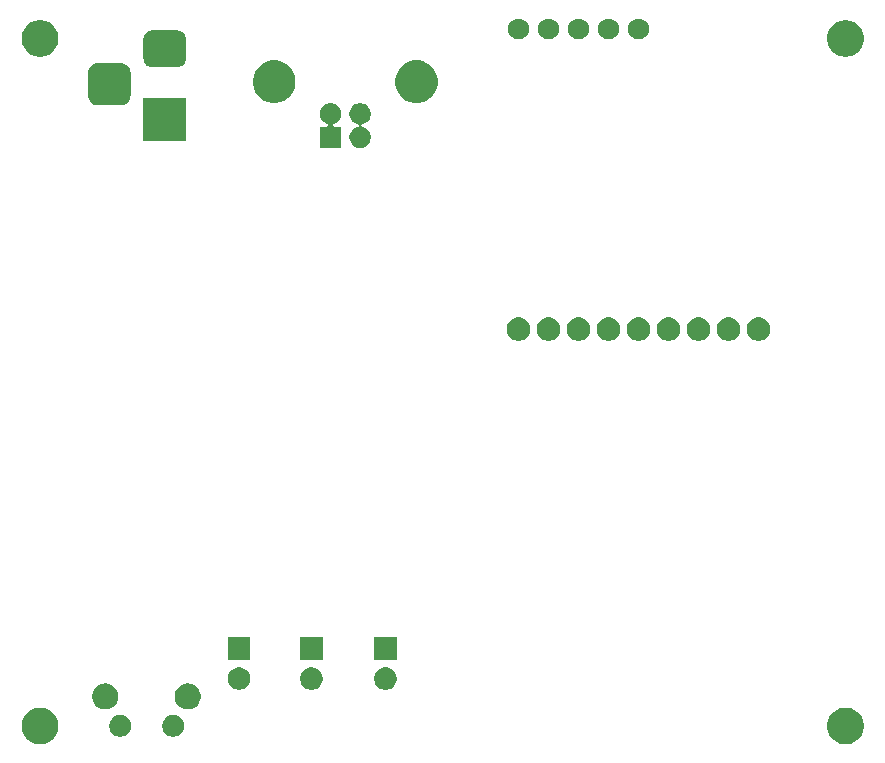
<source format=gbr>
G04 #@! TF.GenerationSoftware,KiCad,Pcbnew,(5.1.5)-3*
G04 #@! TF.CreationDate,2021-12-10T20:52:45-03:00*
G04 #@! TF.ProjectId,server,73657276-6572-42e6-9b69-6361645f7063,rev?*
G04 #@! TF.SameCoordinates,Original*
G04 #@! TF.FileFunction,Soldermask,Bot*
G04 #@! TF.FilePolarity,Negative*
%FSLAX46Y46*%
G04 Gerber Fmt 4.6, Leading zero omitted, Abs format (unit mm)*
G04 Created by KiCad (PCBNEW (5.1.5)-3) date 2021-12-10 20:52:45*
%MOMM*%
%LPD*%
G04 APERTURE LIST*
%ADD10C,0.100000*%
G04 APERTURE END LIST*
D10*
G36*
X96902585Y-85078802D02*
G01*
X97052410Y-85108604D01*
X97334674Y-85225521D01*
X97588705Y-85395259D01*
X97804741Y-85611295D01*
X97974479Y-85865326D01*
X98091396Y-86147590D01*
X98151000Y-86447240D01*
X98151000Y-86752760D01*
X98091396Y-87052410D01*
X97974479Y-87334674D01*
X97804741Y-87588705D01*
X97588705Y-87804741D01*
X97334674Y-87974479D01*
X97052410Y-88091396D01*
X96902585Y-88121198D01*
X96752761Y-88151000D01*
X96447239Y-88151000D01*
X96297415Y-88121198D01*
X96147590Y-88091396D01*
X95865326Y-87974479D01*
X95611295Y-87804741D01*
X95395259Y-87588705D01*
X95225521Y-87334674D01*
X95108604Y-87052410D01*
X95049000Y-86752760D01*
X95049000Y-86447240D01*
X95108604Y-86147590D01*
X95225521Y-85865326D01*
X95395259Y-85611295D01*
X95611295Y-85395259D01*
X95865326Y-85225521D01*
X96147590Y-85108604D01*
X96297415Y-85078802D01*
X96447239Y-85049000D01*
X96752761Y-85049000D01*
X96902585Y-85078802D01*
G37*
G36*
X28702585Y-85078802D02*
G01*
X28852410Y-85108604D01*
X29134674Y-85225521D01*
X29388705Y-85395259D01*
X29604741Y-85611295D01*
X29774479Y-85865326D01*
X29891396Y-86147590D01*
X29951000Y-86447240D01*
X29951000Y-86752760D01*
X29891396Y-87052410D01*
X29774479Y-87334674D01*
X29604741Y-87588705D01*
X29388705Y-87804741D01*
X29134674Y-87974479D01*
X28852410Y-88091396D01*
X28702585Y-88121198D01*
X28552761Y-88151000D01*
X28247239Y-88151000D01*
X28097415Y-88121198D01*
X27947590Y-88091396D01*
X27665326Y-87974479D01*
X27411295Y-87804741D01*
X27195259Y-87588705D01*
X27025521Y-87334674D01*
X26908604Y-87052410D01*
X26849000Y-86752760D01*
X26849000Y-86447240D01*
X26908604Y-86147590D01*
X27025521Y-85865326D01*
X27195259Y-85611295D01*
X27411295Y-85395259D01*
X27665326Y-85225521D01*
X27947590Y-85108604D01*
X28097415Y-85078802D01*
X28247239Y-85049000D01*
X28552761Y-85049000D01*
X28702585Y-85078802D01*
G37*
G36*
X39944904Y-85708345D02*
G01*
X40113426Y-85778149D01*
X40265091Y-85879488D01*
X40394072Y-86008469D01*
X40495411Y-86160134D01*
X40565215Y-86328656D01*
X40600800Y-86507557D01*
X40600800Y-86689963D01*
X40565215Y-86868864D01*
X40495411Y-87037386D01*
X40394072Y-87189051D01*
X40265091Y-87318032D01*
X40113426Y-87419371D01*
X39944904Y-87489175D01*
X39766003Y-87524760D01*
X39583597Y-87524760D01*
X39404696Y-87489175D01*
X39236174Y-87419371D01*
X39084509Y-87318032D01*
X38955528Y-87189051D01*
X38854189Y-87037386D01*
X38784385Y-86868864D01*
X38748800Y-86689963D01*
X38748800Y-86507557D01*
X38784385Y-86328656D01*
X38854189Y-86160134D01*
X38955528Y-86008469D01*
X39084509Y-85879488D01*
X39236174Y-85778149D01*
X39404696Y-85708345D01*
X39583597Y-85672760D01*
X39766003Y-85672760D01*
X39944904Y-85708345D01*
G37*
G36*
X35444904Y-85708345D02*
G01*
X35613426Y-85778149D01*
X35765091Y-85879488D01*
X35894072Y-86008469D01*
X35995411Y-86160134D01*
X36065215Y-86328656D01*
X36100800Y-86507557D01*
X36100800Y-86689963D01*
X36065215Y-86868864D01*
X35995411Y-87037386D01*
X35894072Y-87189051D01*
X35765091Y-87318032D01*
X35613426Y-87419371D01*
X35444904Y-87489175D01*
X35266003Y-87524760D01*
X35083597Y-87524760D01*
X34904696Y-87489175D01*
X34736174Y-87419371D01*
X34584509Y-87318032D01*
X34455528Y-87189051D01*
X34354189Y-87037386D01*
X34284385Y-86868864D01*
X34248800Y-86689963D01*
X34248800Y-86507557D01*
X34284385Y-86328656D01*
X34354189Y-86160134D01*
X34455528Y-86008469D01*
X34584509Y-85879488D01*
X34736174Y-85778149D01*
X34904696Y-85708345D01*
X35083597Y-85672760D01*
X35266003Y-85672760D01*
X35444904Y-85708345D01*
G37*
G36*
X41139595Y-83028916D02*
G01*
X41245950Y-83050071D01*
X41346134Y-83091569D01*
X41446320Y-83133067D01*
X41626644Y-83253555D01*
X41780005Y-83406916D01*
X41900493Y-83587240D01*
X41983489Y-83787611D01*
X42025800Y-84000320D01*
X42025800Y-84217200D01*
X41983489Y-84429909D01*
X41900493Y-84630280D01*
X41780005Y-84810604D01*
X41626644Y-84963965D01*
X41446320Y-85084453D01*
X41388014Y-85108604D01*
X41245950Y-85167449D01*
X41139594Y-85188605D01*
X41033240Y-85209760D01*
X40816360Y-85209760D01*
X40710006Y-85188605D01*
X40603650Y-85167449D01*
X40461586Y-85108604D01*
X40403280Y-85084453D01*
X40222956Y-84963965D01*
X40069595Y-84810604D01*
X39949107Y-84630280D01*
X39866111Y-84429909D01*
X39823800Y-84217200D01*
X39823800Y-84000320D01*
X39866111Y-83787611D01*
X39949107Y-83587240D01*
X40069595Y-83406916D01*
X40222956Y-83253555D01*
X40403280Y-83133067D01*
X40503466Y-83091569D01*
X40603650Y-83050071D01*
X40710005Y-83028916D01*
X40816360Y-83007760D01*
X41033240Y-83007760D01*
X41139595Y-83028916D01*
G37*
G36*
X34129595Y-83028916D02*
G01*
X34235950Y-83050071D01*
X34336134Y-83091569D01*
X34436320Y-83133067D01*
X34616644Y-83253555D01*
X34770005Y-83406916D01*
X34890493Y-83587240D01*
X34973489Y-83787611D01*
X35015800Y-84000320D01*
X35015800Y-84217200D01*
X34973489Y-84429909D01*
X34890493Y-84630280D01*
X34770005Y-84810604D01*
X34616644Y-84963965D01*
X34436320Y-85084453D01*
X34378014Y-85108604D01*
X34235950Y-85167449D01*
X34129594Y-85188605D01*
X34023240Y-85209760D01*
X33806360Y-85209760D01*
X33700006Y-85188605D01*
X33593650Y-85167449D01*
X33451586Y-85108604D01*
X33393280Y-85084453D01*
X33212956Y-84963965D01*
X33059595Y-84810604D01*
X32939107Y-84630280D01*
X32856111Y-84429909D01*
X32813800Y-84217200D01*
X32813800Y-84000320D01*
X32856111Y-83787611D01*
X32939107Y-83587240D01*
X33059595Y-83406916D01*
X33212956Y-83253555D01*
X33393280Y-83133067D01*
X33493466Y-83091569D01*
X33593650Y-83050071D01*
X33700005Y-83028916D01*
X33806360Y-83007760D01*
X34023240Y-83007760D01*
X34129595Y-83028916D01*
G37*
G36*
X51651435Y-81681266D02*
G01*
X51824506Y-81752954D01*
X51824507Y-81752955D01*
X51980267Y-81857030D01*
X52112730Y-81989493D01*
X52112731Y-81989495D01*
X52216806Y-82145254D01*
X52288494Y-82318325D01*
X52325040Y-82502053D01*
X52325040Y-82689387D01*
X52288494Y-82873115D01*
X52216806Y-83046186D01*
X52216805Y-83046187D01*
X52112730Y-83201947D01*
X51980267Y-83334410D01*
X51901858Y-83386801D01*
X51824506Y-83438486D01*
X51651435Y-83510174D01*
X51467707Y-83546720D01*
X51280373Y-83546720D01*
X51096645Y-83510174D01*
X50923574Y-83438486D01*
X50846222Y-83386801D01*
X50767813Y-83334410D01*
X50635350Y-83201947D01*
X50531275Y-83046187D01*
X50531274Y-83046186D01*
X50459586Y-82873115D01*
X50423040Y-82689387D01*
X50423040Y-82502053D01*
X50459586Y-82318325D01*
X50531274Y-82145254D01*
X50635349Y-81989495D01*
X50635350Y-81989493D01*
X50767813Y-81857030D01*
X50923573Y-81752955D01*
X50923574Y-81752954D01*
X51096645Y-81681266D01*
X51280373Y-81644720D01*
X51467707Y-81644720D01*
X51651435Y-81681266D01*
G37*
G36*
X57925235Y-81681266D02*
G01*
X58098306Y-81752954D01*
X58098307Y-81752955D01*
X58254067Y-81857030D01*
X58386530Y-81989493D01*
X58386531Y-81989495D01*
X58490606Y-82145254D01*
X58562294Y-82318325D01*
X58598840Y-82502053D01*
X58598840Y-82689387D01*
X58562294Y-82873115D01*
X58490606Y-83046186D01*
X58490605Y-83046187D01*
X58386530Y-83201947D01*
X58254067Y-83334410D01*
X58175658Y-83386801D01*
X58098306Y-83438486D01*
X57925235Y-83510174D01*
X57741507Y-83546720D01*
X57554173Y-83546720D01*
X57370445Y-83510174D01*
X57197374Y-83438486D01*
X57120022Y-83386801D01*
X57041613Y-83334410D01*
X56909150Y-83201947D01*
X56805075Y-83046187D01*
X56805074Y-83046186D01*
X56733386Y-82873115D01*
X56696840Y-82689387D01*
X56696840Y-82502053D01*
X56733386Y-82318325D01*
X56805074Y-82145254D01*
X56909149Y-81989495D01*
X56909150Y-81989493D01*
X57041613Y-81857030D01*
X57197373Y-81752955D01*
X57197374Y-81752954D01*
X57370445Y-81681266D01*
X57554173Y-81644720D01*
X57741507Y-81644720D01*
X57925235Y-81681266D01*
G37*
G36*
X45507175Y-81681266D02*
G01*
X45680246Y-81752954D01*
X45680247Y-81752955D01*
X45836007Y-81857030D01*
X45968470Y-81989493D01*
X45968471Y-81989495D01*
X46072546Y-82145254D01*
X46144234Y-82318325D01*
X46180780Y-82502053D01*
X46180780Y-82689387D01*
X46144234Y-82873115D01*
X46072546Y-83046186D01*
X46072545Y-83046187D01*
X45968470Y-83201947D01*
X45836007Y-83334410D01*
X45757598Y-83386801D01*
X45680246Y-83438486D01*
X45507175Y-83510174D01*
X45323447Y-83546720D01*
X45136113Y-83546720D01*
X44952385Y-83510174D01*
X44779314Y-83438486D01*
X44701962Y-83386801D01*
X44623553Y-83334410D01*
X44491090Y-83201947D01*
X44387015Y-83046187D01*
X44387014Y-83046186D01*
X44315326Y-82873115D01*
X44278780Y-82689387D01*
X44278780Y-82502053D01*
X44315326Y-82318325D01*
X44387014Y-82145254D01*
X44491089Y-81989495D01*
X44491090Y-81989493D01*
X44623553Y-81857030D01*
X44779313Y-81752955D01*
X44779314Y-81752954D01*
X44952385Y-81681266D01*
X45136113Y-81644720D01*
X45323447Y-81644720D01*
X45507175Y-81681266D01*
G37*
G36*
X58598840Y-81006720D02*
G01*
X56696840Y-81006720D01*
X56696840Y-79104720D01*
X58598840Y-79104720D01*
X58598840Y-81006720D01*
G37*
G36*
X46180780Y-81006720D02*
G01*
X44278780Y-81006720D01*
X44278780Y-79104720D01*
X46180780Y-79104720D01*
X46180780Y-81006720D01*
G37*
G36*
X52325040Y-81006720D02*
G01*
X50423040Y-81006720D01*
X50423040Y-79104720D01*
X52325040Y-79104720D01*
X52325040Y-81006720D01*
G37*
G36*
X69036625Y-52001988D02*
G01*
X69202910Y-52035063D01*
X69385536Y-52110709D01*
X69549894Y-52220530D01*
X69689670Y-52360306D01*
X69799491Y-52524664D01*
X69875137Y-52707290D01*
X69913700Y-52901164D01*
X69913700Y-53098836D01*
X69875137Y-53292710D01*
X69799491Y-53475336D01*
X69689670Y-53639694D01*
X69549894Y-53779470D01*
X69385536Y-53889291D01*
X69202910Y-53964937D01*
X69036625Y-53998012D01*
X69009037Y-54003500D01*
X68811363Y-54003500D01*
X68783775Y-53998012D01*
X68617490Y-53964937D01*
X68434864Y-53889291D01*
X68270506Y-53779470D01*
X68130730Y-53639694D01*
X68020909Y-53475336D01*
X67945263Y-53292710D01*
X67906700Y-53098836D01*
X67906700Y-52901164D01*
X67945263Y-52707290D01*
X68020909Y-52524664D01*
X68130730Y-52360306D01*
X68270506Y-52220530D01*
X68434864Y-52110709D01*
X68617490Y-52035063D01*
X68783775Y-52001988D01*
X68811363Y-51996500D01*
X69009037Y-51996500D01*
X69036625Y-52001988D01*
G37*
G36*
X89356625Y-52001988D02*
G01*
X89522910Y-52035063D01*
X89705536Y-52110709D01*
X89869894Y-52220530D01*
X90009670Y-52360306D01*
X90119491Y-52524664D01*
X90195137Y-52707290D01*
X90233700Y-52901164D01*
X90233700Y-53098836D01*
X90195137Y-53292710D01*
X90119491Y-53475336D01*
X90009670Y-53639694D01*
X89869894Y-53779470D01*
X89705536Y-53889291D01*
X89522910Y-53964937D01*
X89356625Y-53998012D01*
X89329037Y-54003500D01*
X89131363Y-54003500D01*
X89103775Y-53998012D01*
X88937490Y-53964937D01*
X88754864Y-53889291D01*
X88590506Y-53779470D01*
X88450730Y-53639694D01*
X88340909Y-53475336D01*
X88265263Y-53292710D01*
X88226700Y-53098836D01*
X88226700Y-52901164D01*
X88265263Y-52707290D01*
X88340909Y-52524664D01*
X88450730Y-52360306D01*
X88590506Y-52220530D01*
X88754864Y-52110709D01*
X88937490Y-52035063D01*
X89103775Y-52001988D01*
X89131363Y-51996500D01*
X89329037Y-51996500D01*
X89356625Y-52001988D01*
G37*
G36*
X86816625Y-52001988D02*
G01*
X86982910Y-52035063D01*
X87165536Y-52110709D01*
X87329894Y-52220530D01*
X87469670Y-52360306D01*
X87579491Y-52524664D01*
X87655137Y-52707290D01*
X87693700Y-52901164D01*
X87693700Y-53098836D01*
X87655137Y-53292710D01*
X87579491Y-53475336D01*
X87469670Y-53639694D01*
X87329894Y-53779470D01*
X87165536Y-53889291D01*
X86982910Y-53964937D01*
X86816625Y-53998012D01*
X86789037Y-54003500D01*
X86591363Y-54003500D01*
X86563775Y-53998012D01*
X86397490Y-53964937D01*
X86214864Y-53889291D01*
X86050506Y-53779470D01*
X85910730Y-53639694D01*
X85800909Y-53475336D01*
X85725263Y-53292710D01*
X85686700Y-53098836D01*
X85686700Y-52901164D01*
X85725263Y-52707290D01*
X85800909Y-52524664D01*
X85910730Y-52360306D01*
X86050506Y-52220530D01*
X86214864Y-52110709D01*
X86397490Y-52035063D01*
X86563775Y-52001988D01*
X86591363Y-51996500D01*
X86789037Y-51996500D01*
X86816625Y-52001988D01*
G37*
G36*
X84276625Y-52001988D02*
G01*
X84442910Y-52035063D01*
X84625536Y-52110709D01*
X84789894Y-52220530D01*
X84929670Y-52360306D01*
X85039491Y-52524664D01*
X85115137Y-52707290D01*
X85153700Y-52901164D01*
X85153700Y-53098836D01*
X85115137Y-53292710D01*
X85039491Y-53475336D01*
X84929670Y-53639694D01*
X84789894Y-53779470D01*
X84625536Y-53889291D01*
X84442910Y-53964937D01*
X84276625Y-53998012D01*
X84249037Y-54003500D01*
X84051363Y-54003500D01*
X84023775Y-53998012D01*
X83857490Y-53964937D01*
X83674864Y-53889291D01*
X83510506Y-53779470D01*
X83370730Y-53639694D01*
X83260909Y-53475336D01*
X83185263Y-53292710D01*
X83146700Y-53098836D01*
X83146700Y-52901164D01*
X83185263Y-52707290D01*
X83260909Y-52524664D01*
X83370730Y-52360306D01*
X83510506Y-52220530D01*
X83674864Y-52110709D01*
X83857490Y-52035063D01*
X84023775Y-52001988D01*
X84051363Y-51996500D01*
X84249037Y-51996500D01*
X84276625Y-52001988D01*
G37*
G36*
X74116625Y-52001988D02*
G01*
X74282910Y-52035063D01*
X74465536Y-52110709D01*
X74629894Y-52220530D01*
X74769670Y-52360306D01*
X74879491Y-52524664D01*
X74955137Y-52707290D01*
X74993700Y-52901164D01*
X74993700Y-53098836D01*
X74955137Y-53292710D01*
X74879491Y-53475336D01*
X74769670Y-53639694D01*
X74629894Y-53779470D01*
X74465536Y-53889291D01*
X74282910Y-53964937D01*
X74116625Y-53998012D01*
X74089037Y-54003500D01*
X73891363Y-54003500D01*
X73863775Y-53998012D01*
X73697490Y-53964937D01*
X73514864Y-53889291D01*
X73350506Y-53779470D01*
X73210730Y-53639694D01*
X73100909Y-53475336D01*
X73025263Y-53292710D01*
X72986700Y-53098836D01*
X72986700Y-52901164D01*
X73025263Y-52707290D01*
X73100909Y-52524664D01*
X73210730Y-52360306D01*
X73350506Y-52220530D01*
X73514864Y-52110709D01*
X73697490Y-52035063D01*
X73863775Y-52001988D01*
X73891363Y-51996500D01*
X74089037Y-51996500D01*
X74116625Y-52001988D01*
G37*
G36*
X81736625Y-52001988D02*
G01*
X81902910Y-52035063D01*
X82085536Y-52110709D01*
X82249894Y-52220530D01*
X82389670Y-52360306D01*
X82499491Y-52524664D01*
X82575137Y-52707290D01*
X82613700Y-52901164D01*
X82613700Y-53098836D01*
X82575137Y-53292710D01*
X82499491Y-53475336D01*
X82389670Y-53639694D01*
X82249894Y-53779470D01*
X82085536Y-53889291D01*
X81902910Y-53964937D01*
X81736625Y-53998012D01*
X81709037Y-54003500D01*
X81511363Y-54003500D01*
X81483775Y-53998012D01*
X81317490Y-53964937D01*
X81134864Y-53889291D01*
X80970506Y-53779470D01*
X80830730Y-53639694D01*
X80720909Y-53475336D01*
X80645263Y-53292710D01*
X80606700Y-53098836D01*
X80606700Y-52901164D01*
X80645263Y-52707290D01*
X80720909Y-52524664D01*
X80830730Y-52360306D01*
X80970506Y-52220530D01*
X81134864Y-52110709D01*
X81317490Y-52035063D01*
X81483775Y-52001988D01*
X81511363Y-51996500D01*
X81709037Y-51996500D01*
X81736625Y-52001988D01*
G37*
G36*
X79196625Y-52001988D02*
G01*
X79362910Y-52035063D01*
X79545536Y-52110709D01*
X79709894Y-52220530D01*
X79849670Y-52360306D01*
X79959491Y-52524664D01*
X80035137Y-52707290D01*
X80073700Y-52901164D01*
X80073700Y-53098836D01*
X80035137Y-53292710D01*
X79959491Y-53475336D01*
X79849670Y-53639694D01*
X79709894Y-53779470D01*
X79545536Y-53889291D01*
X79362910Y-53964937D01*
X79196625Y-53998012D01*
X79169037Y-54003500D01*
X78971363Y-54003500D01*
X78943775Y-53998012D01*
X78777490Y-53964937D01*
X78594864Y-53889291D01*
X78430506Y-53779470D01*
X78290730Y-53639694D01*
X78180909Y-53475336D01*
X78105263Y-53292710D01*
X78066700Y-53098836D01*
X78066700Y-52901164D01*
X78105263Y-52707290D01*
X78180909Y-52524664D01*
X78290730Y-52360306D01*
X78430506Y-52220530D01*
X78594864Y-52110709D01*
X78777490Y-52035063D01*
X78943775Y-52001988D01*
X78971363Y-51996500D01*
X79169037Y-51996500D01*
X79196625Y-52001988D01*
G37*
G36*
X76656625Y-52001988D02*
G01*
X76822910Y-52035063D01*
X77005536Y-52110709D01*
X77169894Y-52220530D01*
X77309670Y-52360306D01*
X77419491Y-52524664D01*
X77495137Y-52707290D01*
X77533700Y-52901164D01*
X77533700Y-53098836D01*
X77495137Y-53292710D01*
X77419491Y-53475336D01*
X77309670Y-53639694D01*
X77169894Y-53779470D01*
X77005536Y-53889291D01*
X76822910Y-53964937D01*
X76656625Y-53998012D01*
X76629037Y-54003500D01*
X76431363Y-54003500D01*
X76403775Y-53998012D01*
X76237490Y-53964937D01*
X76054864Y-53889291D01*
X75890506Y-53779470D01*
X75750730Y-53639694D01*
X75640909Y-53475336D01*
X75565263Y-53292710D01*
X75526700Y-53098836D01*
X75526700Y-52901164D01*
X75565263Y-52707290D01*
X75640909Y-52524664D01*
X75750730Y-52360306D01*
X75890506Y-52220530D01*
X76054864Y-52110709D01*
X76237490Y-52035063D01*
X76403775Y-52001988D01*
X76431363Y-51996500D01*
X76629037Y-51996500D01*
X76656625Y-52001988D01*
G37*
G36*
X71576625Y-52001988D02*
G01*
X71742910Y-52035063D01*
X71925536Y-52110709D01*
X72089894Y-52220530D01*
X72229670Y-52360306D01*
X72339491Y-52524664D01*
X72415137Y-52707290D01*
X72453700Y-52901164D01*
X72453700Y-53098836D01*
X72415137Y-53292710D01*
X72339491Y-53475336D01*
X72229670Y-53639694D01*
X72089894Y-53779470D01*
X71925536Y-53889291D01*
X71742910Y-53964937D01*
X71576625Y-53998012D01*
X71549037Y-54003500D01*
X71351363Y-54003500D01*
X71323775Y-53998012D01*
X71157490Y-53964937D01*
X70974864Y-53889291D01*
X70810506Y-53779470D01*
X70670730Y-53639694D01*
X70560909Y-53475336D01*
X70485263Y-53292710D01*
X70446700Y-53098836D01*
X70446700Y-52901164D01*
X70485263Y-52707290D01*
X70560909Y-52524664D01*
X70670730Y-52360306D01*
X70810506Y-52220530D01*
X70974864Y-52110709D01*
X71157490Y-52035063D01*
X71323775Y-52001988D01*
X71351363Y-51996500D01*
X71549037Y-51996500D01*
X71576625Y-52001988D01*
G37*
G36*
X53113512Y-33873927D02*
G01*
X53262812Y-33903624D01*
X53426784Y-33971544D01*
X53574354Y-34070147D01*
X53699853Y-34195646D01*
X53798456Y-34343216D01*
X53866376Y-34507188D01*
X53901000Y-34681259D01*
X53901000Y-34858741D01*
X53866376Y-35032812D01*
X53798456Y-35196784D01*
X53699853Y-35344354D01*
X53574354Y-35469853D01*
X53426784Y-35568456D01*
X53281771Y-35628523D01*
X53260171Y-35640068D01*
X53241229Y-35655613D01*
X53225684Y-35674555D01*
X53214133Y-35696166D01*
X53207020Y-35719615D01*
X53204618Y-35744001D01*
X53207020Y-35768387D01*
X53214133Y-35791836D01*
X53225684Y-35813447D01*
X53241229Y-35832389D01*
X53260171Y-35847934D01*
X53281782Y-35859485D01*
X53305231Y-35866598D01*
X53329617Y-35869000D01*
X53901000Y-35869000D01*
X53901000Y-37671000D01*
X52099000Y-37671000D01*
X52099000Y-35869000D01*
X52670383Y-35869000D01*
X52694769Y-35866598D01*
X52718218Y-35859485D01*
X52739829Y-35847934D01*
X52758771Y-35832389D01*
X52774316Y-35813447D01*
X52785867Y-35791836D01*
X52792980Y-35768387D01*
X52795382Y-35744001D01*
X52792980Y-35719615D01*
X52785867Y-35696166D01*
X52774316Y-35674555D01*
X52758771Y-35655613D01*
X52739829Y-35640068D01*
X52718229Y-35628523D01*
X52573216Y-35568456D01*
X52425646Y-35469853D01*
X52300147Y-35344354D01*
X52201544Y-35196784D01*
X52133624Y-35032812D01*
X52099000Y-34858741D01*
X52099000Y-34681259D01*
X52133624Y-34507188D01*
X52201544Y-34343216D01*
X52300147Y-34195646D01*
X52425646Y-34070147D01*
X52573216Y-33971544D01*
X52737188Y-33903624D01*
X52886488Y-33873927D01*
X52911258Y-33869000D01*
X53088742Y-33869000D01*
X53113512Y-33873927D01*
G37*
G36*
X55613512Y-33873927D02*
G01*
X55762812Y-33903624D01*
X55926784Y-33971544D01*
X56074354Y-34070147D01*
X56199853Y-34195646D01*
X56298456Y-34343216D01*
X56366376Y-34507188D01*
X56401000Y-34681259D01*
X56401000Y-34858741D01*
X56366376Y-35032812D01*
X56298456Y-35196784D01*
X56199853Y-35344354D01*
X56074354Y-35469853D01*
X55926784Y-35568456D01*
X55762812Y-35636376D01*
X55707362Y-35647405D01*
X55683922Y-35654516D01*
X55662311Y-35666067D01*
X55643369Y-35681613D01*
X55627824Y-35700555D01*
X55616273Y-35722165D01*
X55609160Y-35745614D01*
X55606758Y-35770000D01*
X55609160Y-35794387D01*
X55616273Y-35817835D01*
X55627824Y-35839446D01*
X55643370Y-35858388D01*
X55662312Y-35873933D01*
X55683922Y-35885484D01*
X55707362Y-35892595D01*
X55762812Y-35903624D01*
X55926784Y-35971544D01*
X56074354Y-36070147D01*
X56199853Y-36195646D01*
X56298456Y-36343216D01*
X56366376Y-36507188D01*
X56401000Y-36681259D01*
X56401000Y-36858741D01*
X56366376Y-37032812D01*
X56298456Y-37196784D01*
X56199853Y-37344354D01*
X56074354Y-37469853D01*
X55926784Y-37568456D01*
X55762812Y-37636376D01*
X55613512Y-37666073D01*
X55588742Y-37671000D01*
X55411258Y-37671000D01*
X55386488Y-37666073D01*
X55237188Y-37636376D01*
X55073216Y-37568456D01*
X54925646Y-37469853D01*
X54800147Y-37344354D01*
X54701544Y-37196784D01*
X54633624Y-37032812D01*
X54599000Y-36858741D01*
X54599000Y-36681259D01*
X54633624Y-36507188D01*
X54701544Y-36343216D01*
X54800147Y-36195646D01*
X54925646Y-36070147D01*
X55073216Y-35971544D01*
X55237188Y-35903624D01*
X55292638Y-35892595D01*
X55316078Y-35885484D01*
X55337689Y-35873933D01*
X55356631Y-35858387D01*
X55372176Y-35839445D01*
X55383727Y-35817835D01*
X55390840Y-35794386D01*
X55393242Y-35770000D01*
X55390840Y-35745613D01*
X55383727Y-35722165D01*
X55372176Y-35700554D01*
X55356630Y-35681612D01*
X55337688Y-35666067D01*
X55316078Y-35654516D01*
X55292638Y-35647405D01*
X55237188Y-35636376D01*
X55073216Y-35568456D01*
X54925646Y-35469853D01*
X54800147Y-35344354D01*
X54701544Y-35196784D01*
X54633624Y-35032812D01*
X54599000Y-34858741D01*
X54599000Y-34681259D01*
X54633624Y-34507188D01*
X54701544Y-34343216D01*
X54800147Y-34195646D01*
X54925646Y-34070147D01*
X55073216Y-33971544D01*
X55237188Y-33903624D01*
X55386488Y-33873927D01*
X55411258Y-33869000D01*
X55588742Y-33869000D01*
X55613512Y-33873927D01*
G37*
G36*
X40764600Y-37061000D02*
G01*
X37162600Y-37061000D01*
X37162600Y-33459000D01*
X40764600Y-33459000D01*
X40764600Y-37061000D01*
G37*
G36*
X35389966Y-30475695D02*
G01*
X35547060Y-30523349D01*
X35691831Y-30600731D01*
X35818728Y-30704872D01*
X35922869Y-30831769D01*
X36000251Y-30976540D01*
X36047905Y-31133634D01*
X36064600Y-31303140D01*
X36064600Y-33216860D01*
X36047905Y-33386366D01*
X36000251Y-33543460D01*
X35922869Y-33688231D01*
X35818728Y-33815128D01*
X35691831Y-33919269D01*
X35547060Y-33996651D01*
X35389966Y-34044305D01*
X35220460Y-34061000D01*
X33306740Y-34061000D01*
X33137234Y-34044305D01*
X32980140Y-33996651D01*
X32835369Y-33919269D01*
X32708472Y-33815128D01*
X32604331Y-33688231D01*
X32526949Y-33543460D01*
X32479295Y-33386366D01*
X32462600Y-33216860D01*
X32462600Y-31303140D01*
X32479295Y-31133634D01*
X32526949Y-30976540D01*
X32604331Y-30831769D01*
X32708472Y-30704872D01*
X32835369Y-30600731D01*
X32980140Y-30523349D01*
X33137234Y-30475695D01*
X33306740Y-30459000D01*
X35220460Y-30459000D01*
X35389966Y-30475695D01*
G37*
G36*
X48755331Y-30328211D02*
G01*
X49083092Y-30463974D01*
X49378070Y-30661072D01*
X49628928Y-30911930D01*
X49826026Y-31206908D01*
X49961789Y-31534669D01*
X50031000Y-31882616D01*
X50031000Y-32237384D01*
X49961789Y-32585331D01*
X49826026Y-32913092D01*
X49628928Y-33208070D01*
X49378070Y-33458928D01*
X49083092Y-33656026D01*
X48755331Y-33791789D01*
X48407384Y-33861000D01*
X48052616Y-33861000D01*
X47704669Y-33791789D01*
X47376908Y-33656026D01*
X47081930Y-33458928D01*
X46831072Y-33208070D01*
X46633974Y-32913092D01*
X46498211Y-32585331D01*
X46429000Y-32237384D01*
X46429000Y-31882616D01*
X46498211Y-31534669D01*
X46633974Y-31206908D01*
X46831072Y-30911930D01*
X47081930Y-30661072D01*
X47376908Y-30463974D01*
X47704669Y-30328211D01*
X48052616Y-30259000D01*
X48407384Y-30259000D01*
X48755331Y-30328211D01*
G37*
G36*
X60795331Y-30328211D02*
G01*
X61123092Y-30463974D01*
X61418070Y-30661072D01*
X61668928Y-30911930D01*
X61866026Y-31206908D01*
X62001789Y-31534669D01*
X62071000Y-31882616D01*
X62071000Y-32237384D01*
X62001789Y-32585331D01*
X61866026Y-32913092D01*
X61668928Y-33208070D01*
X61418070Y-33458928D01*
X61123092Y-33656026D01*
X60795331Y-33791789D01*
X60447384Y-33861000D01*
X60092616Y-33861000D01*
X59744669Y-33791789D01*
X59416908Y-33656026D01*
X59121930Y-33458928D01*
X58871072Y-33208070D01*
X58673974Y-32913092D01*
X58538211Y-32585331D01*
X58469000Y-32237384D01*
X58469000Y-31882616D01*
X58538211Y-31534669D01*
X58673974Y-31206908D01*
X58871072Y-30911930D01*
X59121930Y-30661072D01*
X59416908Y-30463974D01*
X59744669Y-30328211D01*
X60092616Y-30259000D01*
X60447384Y-30259000D01*
X60795331Y-30328211D01*
G37*
G36*
X40190579Y-27723293D02*
G01*
X40324225Y-27763834D01*
X40447384Y-27829664D01*
X40555340Y-27918260D01*
X40643936Y-28026216D01*
X40709766Y-28149375D01*
X40750307Y-28283021D01*
X40764600Y-28428140D01*
X40764600Y-30091860D01*
X40750307Y-30236979D01*
X40709766Y-30370625D01*
X40643936Y-30493784D01*
X40555340Y-30601740D01*
X40447384Y-30690336D01*
X40324225Y-30756166D01*
X40190579Y-30796707D01*
X40045460Y-30811000D01*
X37881740Y-30811000D01*
X37736621Y-30796707D01*
X37602975Y-30756166D01*
X37479816Y-30690336D01*
X37371860Y-30601740D01*
X37283264Y-30493784D01*
X37217434Y-30370625D01*
X37176893Y-30236979D01*
X37162600Y-30091860D01*
X37162600Y-28428140D01*
X37176893Y-28283021D01*
X37217434Y-28149375D01*
X37283264Y-28026216D01*
X37371860Y-27918260D01*
X37479816Y-27829664D01*
X37602975Y-27763834D01*
X37736621Y-27723293D01*
X37881740Y-27709000D01*
X40045460Y-27709000D01*
X40190579Y-27723293D01*
G37*
G36*
X28702585Y-26878802D02*
G01*
X28852410Y-26908604D01*
X29134674Y-27025521D01*
X29388705Y-27195259D01*
X29604741Y-27411295D01*
X29774479Y-27665326D01*
X29891396Y-27947590D01*
X29891396Y-27947591D01*
X29931534Y-28149375D01*
X29951000Y-28247240D01*
X29951000Y-28552760D01*
X29891396Y-28852410D01*
X29774479Y-29134674D01*
X29604741Y-29388705D01*
X29388705Y-29604741D01*
X29134674Y-29774479D01*
X28852410Y-29891396D01*
X28702585Y-29921198D01*
X28552761Y-29951000D01*
X28247239Y-29951000D01*
X28097415Y-29921198D01*
X27947590Y-29891396D01*
X27665326Y-29774479D01*
X27411295Y-29604741D01*
X27195259Y-29388705D01*
X27025521Y-29134674D01*
X26908604Y-28852410D01*
X26849000Y-28552760D01*
X26849000Y-28247240D01*
X26868467Y-28149375D01*
X26908604Y-27947591D01*
X26908604Y-27947590D01*
X27025521Y-27665326D01*
X27195259Y-27411295D01*
X27411295Y-27195259D01*
X27665326Y-27025521D01*
X27947590Y-26908604D01*
X28097415Y-26878802D01*
X28247239Y-26849000D01*
X28552761Y-26849000D01*
X28702585Y-26878802D01*
G37*
G36*
X96902585Y-26878802D02*
G01*
X97052410Y-26908604D01*
X97334674Y-27025521D01*
X97588705Y-27195259D01*
X97804741Y-27411295D01*
X97974479Y-27665326D01*
X98091396Y-27947590D01*
X98091396Y-27947591D01*
X98131534Y-28149375D01*
X98151000Y-28247240D01*
X98151000Y-28552760D01*
X98091396Y-28852410D01*
X97974479Y-29134674D01*
X97804741Y-29388705D01*
X97588705Y-29604741D01*
X97334674Y-29774479D01*
X97052410Y-29891396D01*
X96902585Y-29921198D01*
X96752761Y-29951000D01*
X96447239Y-29951000D01*
X96297415Y-29921198D01*
X96147590Y-29891396D01*
X95865326Y-29774479D01*
X95611295Y-29604741D01*
X95395259Y-29388705D01*
X95225521Y-29134674D01*
X95108604Y-28852410D01*
X95049000Y-28552760D01*
X95049000Y-28247240D01*
X95068467Y-28149375D01*
X95108604Y-27947591D01*
X95108604Y-27947590D01*
X95225521Y-27665326D01*
X95395259Y-27411295D01*
X95611295Y-27195259D01*
X95865326Y-27025521D01*
X96147590Y-26908604D01*
X96297415Y-26878802D01*
X96447239Y-26849000D01*
X96752761Y-26849000D01*
X96902585Y-26878802D01*
G37*
G36*
X74191010Y-26739135D02*
G01*
X74247907Y-26750452D01*
X74408694Y-26817052D01*
X74408696Y-26817053D01*
X74553396Y-26913738D01*
X74676462Y-27036804D01*
X74773147Y-27181504D01*
X74773148Y-27181506D01*
X74778845Y-27195259D01*
X74839748Y-27342294D01*
X74873700Y-27512981D01*
X74873700Y-27687019D01*
X74839748Y-27857706D01*
X74773147Y-28018496D01*
X74676462Y-28163196D01*
X74553396Y-28286262D01*
X74408696Y-28382947D01*
X74408695Y-28382948D01*
X74408694Y-28382948D01*
X74247907Y-28449548D01*
X74191010Y-28460865D01*
X74077219Y-28483500D01*
X73903181Y-28483500D01*
X73789390Y-28460865D01*
X73732493Y-28449548D01*
X73571706Y-28382948D01*
X73571705Y-28382948D01*
X73571704Y-28382947D01*
X73427004Y-28286262D01*
X73303938Y-28163196D01*
X73207253Y-28018496D01*
X73140652Y-27857706D01*
X73106700Y-27687019D01*
X73106700Y-27512981D01*
X73140652Y-27342294D01*
X73201556Y-27195259D01*
X73207252Y-27181506D01*
X73207253Y-27181504D01*
X73303938Y-27036804D01*
X73427004Y-26913738D01*
X73571704Y-26817053D01*
X73571706Y-26817052D01*
X73732493Y-26750452D01*
X73789390Y-26739135D01*
X73903181Y-26716500D01*
X74077219Y-26716500D01*
X74191010Y-26739135D01*
G37*
G36*
X76731010Y-26739135D02*
G01*
X76787907Y-26750452D01*
X76948694Y-26817052D01*
X76948696Y-26817053D01*
X77093396Y-26913738D01*
X77216462Y-27036804D01*
X77313147Y-27181504D01*
X77313148Y-27181506D01*
X77318845Y-27195259D01*
X77379748Y-27342294D01*
X77413700Y-27512981D01*
X77413700Y-27687019D01*
X77379748Y-27857706D01*
X77313147Y-28018496D01*
X77216462Y-28163196D01*
X77093396Y-28286262D01*
X76948696Y-28382947D01*
X76948695Y-28382948D01*
X76948694Y-28382948D01*
X76787907Y-28449548D01*
X76731010Y-28460865D01*
X76617219Y-28483500D01*
X76443181Y-28483500D01*
X76329390Y-28460865D01*
X76272493Y-28449548D01*
X76111706Y-28382948D01*
X76111705Y-28382948D01*
X76111704Y-28382947D01*
X75967004Y-28286262D01*
X75843938Y-28163196D01*
X75747253Y-28018496D01*
X75680652Y-27857706D01*
X75646700Y-27687019D01*
X75646700Y-27512981D01*
X75680652Y-27342294D01*
X75741556Y-27195259D01*
X75747252Y-27181506D01*
X75747253Y-27181504D01*
X75843938Y-27036804D01*
X75967004Y-26913738D01*
X76111704Y-26817053D01*
X76111706Y-26817052D01*
X76272493Y-26750452D01*
X76329390Y-26739135D01*
X76443181Y-26716500D01*
X76617219Y-26716500D01*
X76731010Y-26739135D01*
G37*
G36*
X79271010Y-26739135D02*
G01*
X79327907Y-26750452D01*
X79488694Y-26817052D01*
X79488696Y-26817053D01*
X79633396Y-26913738D01*
X79756462Y-27036804D01*
X79853147Y-27181504D01*
X79853148Y-27181506D01*
X79858845Y-27195259D01*
X79919748Y-27342294D01*
X79953700Y-27512981D01*
X79953700Y-27687019D01*
X79919748Y-27857706D01*
X79853147Y-28018496D01*
X79756462Y-28163196D01*
X79633396Y-28286262D01*
X79488696Y-28382947D01*
X79488695Y-28382948D01*
X79488694Y-28382948D01*
X79327907Y-28449548D01*
X79271010Y-28460865D01*
X79157219Y-28483500D01*
X78983181Y-28483500D01*
X78869390Y-28460865D01*
X78812493Y-28449548D01*
X78651706Y-28382948D01*
X78651705Y-28382948D01*
X78651704Y-28382947D01*
X78507004Y-28286262D01*
X78383938Y-28163196D01*
X78287253Y-28018496D01*
X78220652Y-27857706D01*
X78186700Y-27687019D01*
X78186700Y-27512981D01*
X78220652Y-27342294D01*
X78281556Y-27195259D01*
X78287252Y-27181506D01*
X78287253Y-27181504D01*
X78383938Y-27036804D01*
X78507004Y-26913738D01*
X78651704Y-26817053D01*
X78651706Y-26817052D01*
X78812493Y-26750452D01*
X78869390Y-26739135D01*
X78983181Y-26716500D01*
X79157219Y-26716500D01*
X79271010Y-26739135D01*
G37*
G36*
X69111010Y-26739135D02*
G01*
X69167907Y-26750452D01*
X69328694Y-26817052D01*
X69328696Y-26817053D01*
X69473396Y-26913738D01*
X69596462Y-27036804D01*
X69693147Y-27181504D01*
X69693148Y-27181506D01*
X69698845Y-27195259D01*
X69759748Y-27342294D01*
X69793700Y-27512981D01*
X69793700Y-27687019D01*
X69759748Y-27857706D01*
X69693147Y-28018496D01*
X69596462Y-28163196D01*
X69473396Y-28286262D01*
X69328696Y-28382947D01*
X69328695Y-28382948D01*
X69328694Y-28382948D01*
X69167907Y-28449548D01*
X69111010Y-28460865D01*
X68997219Y-28483500D01*
X68823181Y-28483500D01*
X68709390Y-28460865D01*
X68652493Y-28449548D01*
X68491706Y-28382948D01*
X68491705Y-28382948D01*
X68491704Y-28382947D01*
X68347004Y-28286262D01*
X68223938Y-28163196D01*
X68127253Y-28018496D01*
X68060652Y-27857706D01*
X68026700Y-27687019D01*
X68026700Y-27512981D01*
X68060652Y-27342294D01*
X68121556Y-27195259D01*
X68127252Y-27181506D01*
X68127253Y-27181504D01*
X68223938Y-27036804D01*
X68347004Y-26913738D01*
X68491704Y-26817053D01*
X68491706Y-26817052D01*
X68652493Y-26750452D01*
X68709390Y-26739135D01*
X68823181Y-26716500D01*
X68997219Y-26716500D01*
X69111010Y-26739135D01*
G37*
G36*
X71651010Y-26739135D02*
G01*
X71707907Y-26750452D01*
X71868694Y-26817052D01*
X71868696Y-26817053D01*
X72013396Y-26913738D01*
X72136462Y-27036804D01*
X72233147Y-27181504D01*
X72233148Y-27181506D01*
X72238845Y-27195259D01*
X72299748Y-27342294D01*
X72333700Y-27512981D01*
X72333700Y-27687019D01*
X72299748Y-27857706D01*
X72233147Y-28018496D01*
X72136462Y-28163196D01*
X72013396Y-28286262D01*
X71868696Y-28382947D01*
X71868695Y-28382948D01*
X71868694Y-28382948D01*
X71707907Y-28449548D01*
X71651010Y-28460865D01*
X71537219Y-28483500D01*
X71363181Y-28483500D01*
X71249390Y-28460865D01*
X71192493Y-28449548D01*
X71031706Y-28382948D01*
X71031705Y-28382948D01*
X71031704Y-28382947D01*
X70887004Y-28286262D01*
X70763938Y-28163196D01*
X70667253Y-28018496D01*
X70600652Y-27857706D01*
X70566700Y-27687019D01*
X70566700Y-27512981D01*
X70600652Y-27342294D01*
X70661556Y-27195259D01*
X70667252Y-27181506D01*
X70667253Y-27181504D01*
X70763938Y-27036804D01*
X70887004Y-26913738D01*
X71031704Y-26817053D01*
X71031706Y-26817052D01*
X71192493Y-26750452D01*
X71249390Y-26739135D01*
X71363181Y-26716500D01*
X71537219Y-26716500D01*
X71651010Y-26739135D01*
G37*
M02*

</source>
